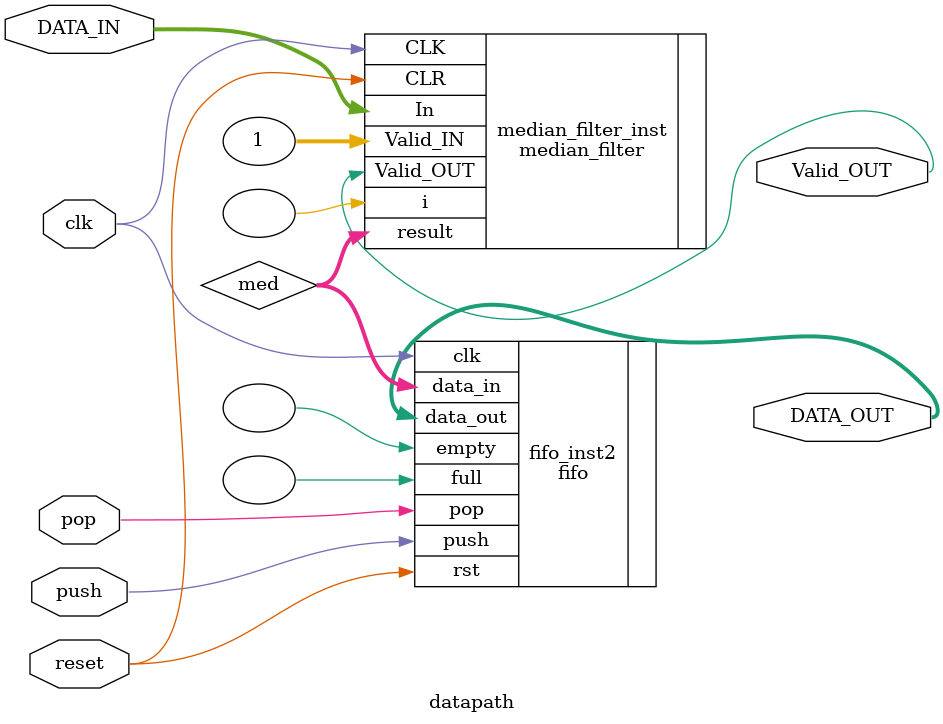
<source format=v>
module datapath #(parameter ADDR_WIDTH = 16, parameter DATA_WIDTH = 8, parameter ROW = 256, parameter COL = 256)
(
input clk,
input reset,
input push, pop,
input [DATA_WIDTH-1:0] DATA_IN,
output [DATA_WIDTH-1:0] DATA_OUT,
output Valid_OUT
);
wire [DATA_WIDTH-1:0] med;

	median_filter median_filter_inst(   
			.result(med),
			.Valid_OUT(Valid_OUT),
			.In(DATA_IN),
			.CLK(clk),
			.CLR(reset),
			.Valid_IN(1),.i()			
			);

	fifo fifo_inst2(
	.data_out(DATA_OUT),
	.full(),		
	.empty(),	
	
	.data_in(med),
	.clk(clk),
	.rst(reset),		
	.push(push),		
	.pop(pop)
	);
endmodule

</source>
